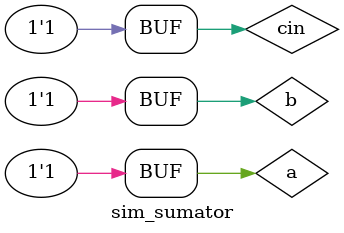
<source format=v>
`timescale 1ns / 1ps


module sim_sumator();

reg a, b, cin;

// instantiem
Sumator instanta(a, b, cin, s, cout);

initial begin
    #10 a = 0; b = 0; cin = 0;// la 10
    #10 a = 0; b = 0; cin = 1;// la 20
    #10 a = 1; b = 1; cin = 0;// la 30
    #10 a = 1; b = 1; cin = 1;// la 40
end

endmodule

</source>
